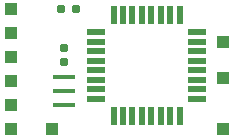
<source format=gts>
G04 #@! TF.GenerationSoftware,KiCad,Pcbnew,(6.0.9)*
G04 #@! TF.CreationDate,2024-03-06T19:42:55+11:00*
G04 #@! TF.ProjectId,psneev8,70736e65-6576-4382-9e6b-696361645f70,rev?*
G04 #@! TF.SameCoordinates,Original*
G04 #@! TF.FileFunction,Soldermask,Top*
G04 #@! TF.FilePolarity,Negative*
%FSLAX46Y46*%
G04 Gerber Fmt 4.6, Leading zero omitted, Abs format (unit mm)*
G04 Created by KiCad (PCBNEW (6.0.9)) date 2024-03-06 19:42:55*
%MOMM*%
%LPD*%
G01*
G04 APERTURE LIST*
G04 Aperture macros list*
%AMRoundRect*
0 Rectangle with rounded corners*
0 $1 Rounding radius*
0 $2 $3 $4 $5 $6 $7 $8 $9 X,Y pos of 4 corners*
0 Add a 4 corners polygon primitive as box body*
4,1,4,$2,$3,$4,$5,$6,$7,$8,$9,$2,$3,0*
0 Add four circle primitives for the rounded corners*
1,1,$1+$1,$2,$3*
1,1,$1+$1,$4,$5*
1,1,$1+$1,$6,$7*
1,1,$1+$1,$8,$9*
0 Add four rect primitives between the rounded corners*
20,1,$1+$1,$2,$3,$4,$5,0*
20,1,$1+$1,$4,$5,$6,$7,0*
20,1,$1+$1,$6,$7,$8,$9,0*
20,1,$1+$1,$8,$9,$2,$3,0*%
G04 Aperture macros list end*
%ADD10R,1.000000X1.000000*%
%ADD11RoundRect,0.155000X0.155000X-0.212500X0.155000X0.212500X-0.155000X0.212500X-0.155000X-0.212500X0*%
%ADD12R,1.900000X0.400000*%
%ADD13R,1.600000X0.550000*%
%ADD14R,0.550000X1.600000*%
%ADD15RoundRect,0.160000X-0.197500X-0.160000X0.197500X-0.160000X0.197500X0.160000X-0.197500X0.160000X0*%
G04 APERTURE END LIST*
D10*
X86487000Y-133604000D03*
X86487000Y-137668000D03*
D11*
X90932000Y-132012500D03*
X90932000Y-130877500D03*
D12*
X90932000Y-135693000D03*
X90932000Y-134493000D03*
X90932000Y-133293000D03*
D10*
X104394000Y-133350000D03*
X86487000Y-131572000D03*
X86487000Y-135636000D03*
X104394000Y-137668000D03*
X86487000Y-127508000D03*
X104394000Y-130302000D03*
D13*
X93680000Y-129534000D03*
X93680000Y-130334000D03*
X93680000Y-131134000D03*
X93680000Y-131934000D03*
X93680000Y-132734000D03*
X93680000Y-133534000D03*
X93680000Y-134334000D03*
X93680000Y-135134000D03*
D14*
X95130000Y-136584000D03*
X95930000Y-136584000D03*
X96730000Y-136584000D03*
X97530000Y-136584000D03*
X98330000Y-136584000D03*
X99130000Y-136584000D03*
X99930000Y-136584000D03*
X100730000Y-136584000D03*
D13*
X102180000Y-135134000D03*
X102180000Y-134334000D03*
X102180000Y-133534000D03*
X102180000Y-132734000D03*
X102180000Y-131934000D03*
X102180000Y-131134000D03*
X102180000Y-130334000D03*
X102180000Y-129534000D03*
D14*
X100730000Y-128084000D03*
X99930000Y-128084000D03*
X99130000Y-128084000D03*
X98330000Y-128084000D03*
X97530000Y-128084000D03*
X96730000Y-128084000D03*
X95930000Y-128084000D03*
X95130000Y-128084000D03*
D10*
X86487000Y-129540000D03*
X89880000Y-137690000D03*
D15*
X90715500Y-127508000D03*
X91910500Y-127508000D03*
M02*

</source>
